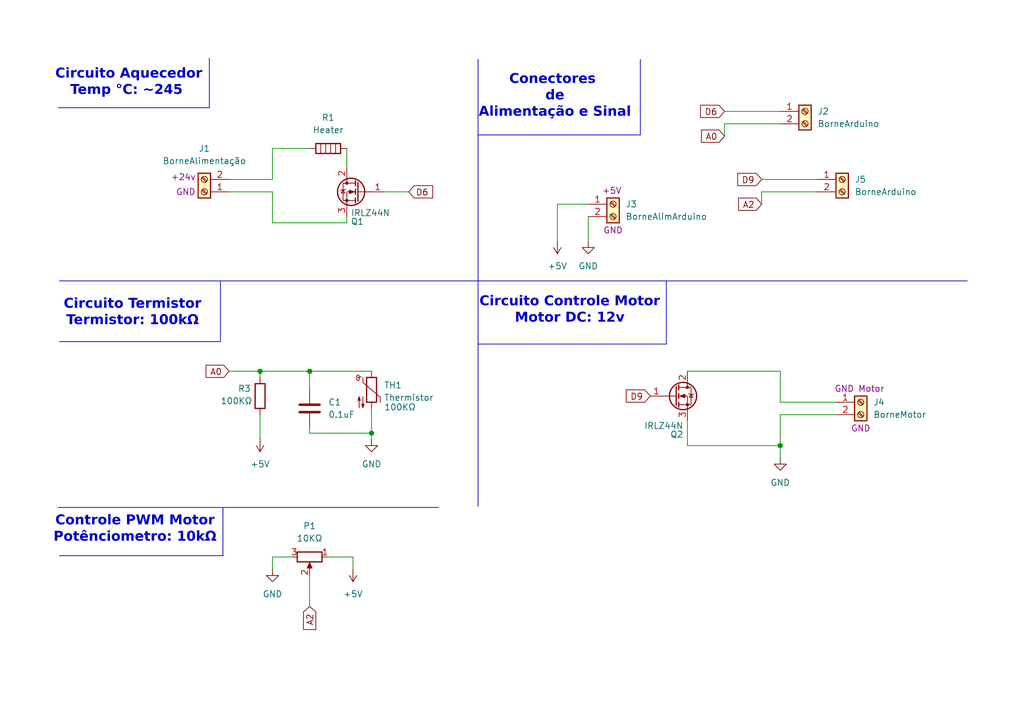
<source format=kicad_sch>
(kicad_sch
	(version 20250114)
	(generator "eeschema")
	(generator_version "9.0")
	(uuid "de6222c6-98b1-4569-97a6-a1f35dc9015c")
	(paper "A5")
	(title_block
		(title "PET Melter")
		(date "05/11/2025")
		(rev "2.4")
		(company "UNIP Limeira")
		(comment 1 "Esquemático do circuito eletrônico da máquina PETMelter. ")
		(comment 2 "Desenvolvido por: Wellington José de Andrade")
	)
	(lib_symbols
		(symbol "Connector:Screw_Terminal_01x02"
			(pin_names
				(offset 1.016)
				(hide yes)
			)
			(exclude_from_sim no)
			(in_bom yes)
			(on_board yes)
			(property "Reference" "J"
				(at 0 2.54 0)
				(effects
					(font
						(size 1.27 1.27)
					)
				)
			)
			(property "Value" "Screw_Terminal_01x02"
				(at 0 -5.08 0)
				(effects
					(font
						(size 1.27 1.27)
					)
				)
			)
			(property "Footprint" ""
				(at 0 0 0)
				(effects
					(font
						(size 1.27 1.27)
					)
					(hide yes)
				)
			)
			(property "Datasheet" "~"
				(at 0 0 0)
				(effects
					(font
						(size 1.27 1.27)
					)
					(hide yes)
				)
			)
			(property "Description" "Generic screw terminal, single row, 01x02, script generated (kicad-library-utils/schlib/autogen/connector/)"
				(at 0 0 0)
				(effects
					(font
						(size 1.27 1.27)
					)
					(hide yes)
				)
			)
			(property "ki_keywords" "screw terminal"
				(at 0 0 0)
				(effects
					(font
						(size 1.27 1.27)
					)
					(hide yes)
				)
			)
			(property "ki_fp_filters" "TerminalBlock*:*"
				(at 0 0 0)
				(effects
					(font
						(size 1.27 1.27)
					)
					(hide yes)
				)
			)
			(symbol "Screw_Terminal_01x02_1_1"
				(rectangle
					(start -1.27 1.27)
					(end 1.27 -3.81)
					(stroke
						(width 0.254)
						(type default)
					)
					(fill
						(type background)
					)
				)
				(polyline
					(pts
						(xy -0.5334 0.3302) (xy 0.3302 -0.508)
					)
					(stroke
						(width 0.1524)
						(type default)
					)
					(fill
						(type none)
					)
				)
				(polyline
					(pts
						(xy -0.5334 -2.2098) (xy 0.3302 -3.048)
					)
					(stroke
						(width 0.1524)
						(type default)
					)
					(fill
						(type none)
					)
				)
				(polyline
					(pts
						(xy -0.3556 0.508) (xy 0.508 -0.3302)
					)
					(stroke
						(width 0.1524)
						(type default)
					)
					(fill
						(type none)
					)
				)
				(polyline
					(pts
						(xy -0.3556 -2.032) (xy 0.508 -2.8702)
					)
					(stroke
						(width 0.1524)
						(type default)
					)
					(fill
						(type none)
					)
				)
				(circle
					(center 0 0)
					(radius 0.635)
					(stroke
						(width 0.1524)
						(type default)
					)
					(fill
						(type none)
					)
				)
				(circle
					(center 0 -2.54)
					(radius 0.635)
					(stroke
						(width 0.1524)
						(type default)
					)
					(fill
						(type none)
					)
				)
				(pin passive line
					(at -5.08 0 0)
					(length 3.81)
					(name "Pin_1"
						(effects
							(font
								(size 1.27 1.27)
							)
						)
					)
					(number "1"
						(effects
							(font
								(size 1.27 1.27)
							)
						)
					)
				)
				(pin passive line
					(at -5.08 -2.54 0)
					(length 3.81)
					(name "Pin_2"
						(effects
							(font
								(size 1.27 1.27)
							)
						)
					)
					(number "2"
						(effects
							(font
								(size 1.27 1.27)
							)
						)
					)
				)
			)
			(embedded_fonts no)
		)
		(symbol "Device:C"
			(pin_numbers
				(hide yes)
			)
			(pin_names
				(offset 0.254)
			)
			(exclude_from_sim no)
			(in_bom yes)
			(on_board yes)
			(property "Reference" "C"
				(at 0.635 2.54 0)
				(effects
					(font
						(size 1.27 1.27)
					)
					(justify left)
				)
			)
			(property "Value" "C"
				(at 0.635 -2.54 0)
				(effects
					(font
						(size 1.27 1.27)
					)
					(justify left)
				)
			)
			(property "Footprint" ""
				(at 0.9652 -3.81 0)
				(effects
					(font
						(size 1.27 1.27)
					)
					(hide yes)
				)
			)
			(property "Datasheet" "~"
				(at 0 0 0)
				(effects
					(font
						(size 1.27 1.27)
					)
					(hide yes)
				)
			)
			(property "Description" "Unpolarized capacitor"
				(at 0 0 0)
				(effects
					(font
						(size 1.27 1.27)
					)
					(hide yes)
				)
			)
			(property "ki_keywords" "cap capacitor"
				(at 0 0 0)
				(effects
					(font
						(size 1.27 1.27)
					)
					(hide yes)
				)
			)
			(property "ki_fp_filters" "C_*"
				(at 0 0 0)
				(effects
					(font
						(size 1.27 1.27)
					)
					(hide yes)
				)
			)
			(symbol "C_0_1"
				(polyline
					(pts
						(xy -2.032 0.762) (xy 2.032 0.762)
					)
					(stroke
						(width 0.508)
						(type default)
					)
					(fill
						(type none)
					)
				)
				(polyline
					(pts
						(xy -2.032 -0.762) (xy 2.032 -0.762)
					)
					(stroke
						(width 0.508)
						(type default)
					)
					(fill
						(type none)
					)
				)
			)
			(symbol "C_1_1"
				(pin passive line
					(at 0 3.81 270)
					(length 2.794)
					(name "~"
						(effects
							(font
								(size 1.27 1.27)
							)
						)
					)
					(number "1"
						(effects
							(font
								(size 1.27 1.27)
							)
						)
					)
				)
				(pin passive line
					(at 0 -3.81 90)
					(length 2.794)
					(name "~"
						(effects
							(font
								(size 1.27 1.27)
							)
						)
					)
					(number "2"
						(effects
							(font
								(size 1.27 1.27)
							)
						)
					)
				)
			)
			(embedded_fonts no)
		)
		(symbol "Device:Heater"
			(pin_numbers
				(hide yes)
			)
			(pin_names
				(offset 0)
			)
			(exclude_from_sim no)
			(in_bom yes)
			(on_board yes)
			(property "Reference" "R"
				(at 2.032 0 90)
				(effects
					(font
						(size 1.27 1.27)
					)
				)
			)
			(property "Value" "Heater"
				(at -2.032 0 90)
				(effects
					(font
						(size 1.27 1.27)
					)
				)
			)
			(property "Footprint" ""
				(at -1.778 0 90)
				(effects
					(font
						(size 1.27 1.27)
					)
					(hide yes)
				)
			)
			(property "Datasheet" "~"
				(at 0 0 0)
				(effects
					(font
						(size 1.27 1.27)
					)
					(hide yes)
				)
			)
			(property "Description" "Resistive heater"
				(at 0 0 0)
				(effects
					(font
						(size 1.27 1.27)
					)
					(hide yes)
				)
			)
			(property "ki_keywords" "heater R resistor"
				(at 0 0 0)
				(effects
					(font
						(size 1.27 1.27)
					)
					(hide yes)
				)
			)
			(symbol "Heater_0_1"
				(polyline
					(pts
						(xy -1.016 1.524) (xy 1.016 1.524)
					)
					(stroke
						(width 0)
						(type default)
					)
					(fill
						(type none)
					)
				)
				(rectangle
					(start -1.016 -2.54)
					(end 1.016 2.54)
					(stroke
						(width 0.254)
						(type default)
					)
					(fill
						(type none)
					)
				)
				(polyline
					(pts
						(xy 1.016 0.508) (xy -1.016 0.508)
					)
					(stroke
						(width 0)
						(type default)
					)
					(fill
						(type none)
					)
				)
				(polyline
					(pts
						(xy 1.016 -0.508) (xy -1.016 -0.508)
					)
					(stroke
						(width 0)
						(type default)
					)
					(fill
						(type none)
					)
				)
				(polyline
					(pts
						(xy 1.016 -1.524) (xy -1.016 -1.524)
					)
					(stroke
						(width 0)
						(type default)
					)
					(fill
						(type none)
					)
				)
			)
			(symbol "Heater_1_1"
				(pin passive line
					(at 0 3.81 270)
					(length 1.27)
					(name "~"
						(effects
							(font
								(size 1.27 1.27)
							)
						)
					)
					(number "1"
						(effects
							(font
								(size 1.27 1.27)
							)
						)
					)
				)
				(pin passive line
					(at 0 -3.81 90)
					(length 1.27)
					(name "~"
						(effects
							(font
								(size 1.27 1.27)
							)
						)
					)
					(number "2"
						(effects
							(font
								(size 1.27 1.27)
							)
						)
					)
				)
			)
			(embedded_fonts no)
		)
		(symbol "Device:R"
			(pin_numbers
				(hide yes)
			)
			(pin_names
				(offset 0)
			)
			(exclude_from_sim no)
			(in_bom yes)
			(on_board yes)
			(property "Reference" "R"
				(at 2.032 0 90)
				(effects
					(font
						(size 1.27 1.27)
					)
				)
			)
			(property "Value" "R"
				(at 0 0 90)
				(effects
					(font
						(size 1.27 1.27)
					)
				)
			)
			(property "Footprint" ""
				(at -1.778 0 90)
				(effects
					(font
						(size 1.27 1.27)
					)
					(hide yes)
				)
			)
			(property "Datasheet" "~"
				(at 0 0 0)
				(effects
					(font
						(size 1.27 1.27)
					)
					(hide yes)
				)
			)
			(property "Description" "Resistor"
				(at 0 0 0)
				(effects
					(font
						(size 1.27 1.27)
					)
					(hide yes)
				)
			)
			(property "ki_keywords" "R res resistor"
				(at 0 0 0)
				(effects
					(font
						(size 1.27 1.27)
					)
					(hide yes)
				)
			)
			(property "ki_fp_filters" "R_*"
				(at 0 0 0)
				(effects
					(font
						(size 1.27 1.27)
					)
					(hide yes)
				)
			)
			(symbol "R_0_1"
				(rectangle
					(start -1.016 -2.54)
					(end 1.016 2.54)
					(stroke
						(width 0.254)
						(type default)
					)
					(fill
						(type none)
					)
				)
			)
			(symbol "R_1_1"
				(pin passive line
					(at 0 3.81 270)
					(length 1.27)
					(name "~"
						(effects
							(font
								(size 1.27 1.27)
							)
						)
					)
					(number "1"
						(effects
							(font
								(size 1.27 1.27)
							)
						)
					)
				)
				(pin passive line
					(at 0 -3.81 90)
					(length 1.27)
					(name "~"
						(effects
							(font
								(size 1.27 1.27)
							)
						)
					)
					(number "2"
						(effects
							(font
								(size 1.27 1.27)
							)
						)
					)
				)
			)
			(embedded_fonts no)
		)
		(symbol "Device:R_Potentiometer"
			(pin_names
				(offset 1.016)
				(hide yes)
			)
			(exclude_from_sim no)
			(in_bom yes)
			(on_board yes)
			(property "Reference" "RV"
				(at -4.445 0 90)
				(effects
					(font
						(size 1.27 1.27)
					)
				)
			)
			(property "Value" "R_Potentiometer"
				(at -2.54 0 90)
				(effects
					(font
						(size 1.27 1.27)
					)
				)
			)
			(property "Footprint" ""
				(at 0 0 0)
				(effects
					(font
						(size 1.27 1.27)
					)
					(hide yes)
				)
			)
			(property "Datasheet" "~"
				(at 0 0 0)
				(effects
					(font
						(size 1.27 1.27)
					)
					(hide yes)
				)
			)
			(property "Description" "Potentiometer"
				(at 0 0 0)
				(effects
					(font
						(size 1.27 1.27)
					)
					(hide yes)
				)
			)
			(property "ki_keywords" "resistor variable"
				(at 0 0 0)
				(effects
					(font
						(size 1.27 1.27)
					)
					(hide yes)
				)
			)
			(property "ki_fp_filters" "Potentiometer*"
				(at 0 0 0)
				(effects
					(font
						(size 1.27 1.27)
					)
					(hide yes)
				)
			)
			(symbol "R_Potentiometer_0_1"
				(rectangle
					(start 1.016 2.54)
					(end -1.016 -2.54)
					(stroke
						(width 0.254)
						(type default)
					)
					(fill
						(type none)
					)
				)
				(polyline
					(pts
						(xy 1.143 0) (xy 2.286 0.508) (xy 2.286 -0.508) (xy 1.143 0)
					)
					(stroke
						(width 0)
						(type default)
					)
					(fill
						(type outline)
					)
				)
				(polyline
					(pts
						(xy 2.54 0) (xy 1.524 0)
					)
					(stroke
						(width 0)
						(type default)
					)
					(fill
						(type none)
					)
				)
			)
			(symbol "R_Potentiometer_1_1"
				(pin passive line
					(at 0 3.81 270)
					(length 1.27)
					(name "1"
						(effects
							(font
								(size 1.27 1.27)
							)
						)
					)
					(number "1"
						(effects
							(font
								(size 1.27 1.27)
							)
						)
					)
				)
				(pin passive line
					(at 0 -3.81 90)
					(length 1.27)
					(name "3"
						(effects
							(font
								(size 1.27 1.27)
							)
						)
					)
					(number "3"
						(effects
							(font
								(size 1.27 1.27)
							)
						)
					)
				)
				(pin passive line
					(at 3.81 0 180)
					(length 1.27)
					(name "2"
						(effects
							(font
								(size 1.27 1.27)
							)
						)
					)
					(number "2"
						(effects
							(font
								(size 1.27 1.27)
							)
						)
					)
				)
			)
			(embedded_fonts no)
		)
		(symbol "Device:Thermistor_NTC"
			(pin_numbers
				(hide yes)
			)
			(pin_names
				(offset 0)
			)
			(exclude_from_sim no)
			(in_bom yes)
			(on_board yes)
			(property "Reference" "TH"
				(at -4.445 0 90)
				(effects
					(font
						(size 1.27 1.27)
					)
				)
			)
			(property "Value" "Thermistor_NTC"
				(at 3.175 0 90)
				(effects
					(font
						(size 1.27 1.27)
					)
				)
			)
			(property "Footprint" ""
				(at 0 1.27 0)
				(effects
					(font
						(size 1.27 1.27)
					)
					(hide yes)
				)
			)
			(property "Datasheet" "~"
				(at 0 1.27 0)
				(effects
					(font
						(size 1.27 1.27)
					)
					(hide yes)
				)
			)
			(property "Description" "Temperature dependent resistor, negative temperature coefficient"
				(at 0 0 0)
				(effects
					(font
						(size 1.27 1.27)
					)
					(hide yes)
				)
			)
			(property "ki_keywords" "thermistor NTC resistor sensor RTD"
				(at 0 0 0)
				(effects
					(font
						(size 1.27 1.27)
					)
					(hide yes)
				)
			)
			(property "ki_fp_filters" "*NTC* *Thermistor* PIN?ARRAY* bornier* *Terminal?Block* R_*"
				(at 0 0 0)
				(effects
					(font
						(size 1.27 1.27)
					)
					(hide yes)
				)
			)
			(symbol "Thermistor_NTC_0_1"
				(arc
					(start -3.175 2.413)
					(mid -3.0506 2.3165)
					(end -3.048 2.159)
					(stroke
						(width 0)
						(type default)
					)
					(fill
						(type none)
					)
				)
				(arc
					(start -3.048 2.794)
					(mid -2.9736 2.9736)
					(end -2.794 3.048)
					(stroke
						(width 0)
						(type default)
					)
					(fill
						(type none)
					)
				)
				(arc
					(start -2.794 3.048)
					(mid -2.6144 2.9736)
					(end -2.54 2.794)
					(stroke
						(width 0)
						(type default)
					)
					(fill
						(type none)
					)
				)
				(arc
					(start -2.794 2.54)
					(mid -2.9736 2.6144)
					(end -3.048 2.794)
					(stroke
						(width 0)
						(type default)
					)
					(fill
						(type none)
					)
				)
				(arc
					(start -2.794 1.905)
					(mid -2.9736 1.9794)
					(end -3.048 2.159)
					(stroke
						(width 0)
						(type default)
					)
					(fill
						(type none)
					)
				)
				(arc
					(start -2.54 2.159)
					(mid -2.6144 1.9794)
					(end -2.794 1.905)
					(stroke
						(width 0)
						(type default)
					)
					(fill
						(type none)
					)
				)
				(arc
					(start -2.159 2.794)
					(mid -2.434 2.5608)
					(end -2.794 2.54)
					(stroke
						(width 0)
						(type default)
					)
					(fill
						(type none)
					)
				)
				(polyline
					(pts
						(xy -2.54 2.159) (xy -2.54 2.794)
					)
					(stroke
						(width 0)
						(type default)
					)
					(fill
						(type none)
					)
				)
				(polyline
					(pts
						(xy -2.54 -3.683) (xy -2.54 -1.397) (xy -2.794 -2.159) (xy -2.286 -2.159) (xy -2.54 -1.397) (xy -2.54 -1.651)
					)
					(stroke
						(width 0)
						(type default)
					)
					(fill
						(type outline)
					)
				)
				(polyline
					(pts
						(xy -1.778 2.54) (xy -1.778 1.524) (xy 1.778 -1.524) (xy 1.778 -2.54)
					)
					(stroke
						(width 0)
						(type default)
					)
					(fill
						(type none)
					)
				)
				(polyline
					(pts
						(xy -1.778 -1.397) (xy -1.778 -3.683) (xy -2.032 -2.921) (xy -1.524 -2.921) (xy -1.778 -3.683)
						(xy -1.778 -3.429)
					)
					(stroke
						(width 0)
						(type default)
					)
					(fill
						(type outline)
					)
				)
				(rectangle
					(start -1.016 2.54)
					(end 1.016 -2.54)
					(stroke
						(width 0.254)
						(type default)
					)
					(fill
						(type none)
					)
				)
			)
			(symbol "Thermistor_NTC_1_1"
				(pin passive line
					(at 0 3.81 270)
					(length 1.27)
					(name "~"
						(effects
							(font
								(size 1.27 1.27)
							)
						)
					)
					(number "1"
						(effects
							(font
								(size 1.27 1.27)
							)
						)
					)
				)
				(pin passive line
					(at 0 -3.81 90)
					(length 1.27)
					(name "~"
						(effects
							(font
								(size 1.27 1.27)
							)
						)
					)
					(number "2"
						(effects
							(font
								(size 1.27 1.27)
							)
						)
					)
				)
			)
			(embedded_fonts no)
		)
		(symbol "Transistor_FET:IRLZ44N"
			(pin_names
				(hide yes)
			)
			(exclude_from_sim no)
			(in_bom yes)
			(on_board yes)
			(property "Reference" "Q"
				(at 5.08 1.905 0)
				(effects
					(font
						(size 1.27 1.27)
					)
					(justify left)
				)
			)
			(property "Value" "IRLZ44N"
				(at 5.08 0 0)
				(effects
					(font
						(size 1.27 1.27)
					)
					(justify left)
				)
			)
			(property "Footprint" "Package_TO_SOT_THT:TO-220-3_Vertical"
				(at 5.08 -1.905 0)
				(effects
					(font
						(size 1.27 1.27)
						(italic yes)
					)
					(justify left)
					(hide yes)
				)
			)
			(property "Datasheet" "http://www.irf.com/product-info/datasheets/data/irlz44n.pdf"
				(at 5.08 -3.81 0)
				(effects
					(font
						(size 1.27 1.27)
					)
					(justify left)
					(hide yes)
				)
			)
			(property "Description" "47A Id, 55V Vds, 22mOhm Rds Single N-Channel HEXFET Power MOSFET, TO-220AB"
				(at 0 0 0)
				(effects
					(font
						(size 1.27 1.27)
					)
					(hide yes)
				)
			)
			(property "ki_keywords" "N-Channel HEXFET MOSFET Logic-Level"
				(at 0 0 0)
				(effects
					(font
						(size 1.27 1.27)
					)
					(hide yes)
				)
			)
			(property "ki_fp_filters" "TO?220*"
				(at 0 0 0)
				(effects
					(font
						(size 1.27 1.27)
					)
					(hide yes)
				)
			)
			(symbol "IRLZ44N_0_1"
				(polyline
					(pts
						(xy 0.254 1.905) (xy 0.254 -1.905)
					)
					(stroke
						(width 0.254)
						(type default)
					)
					(fill
						(type none)
					)
				)
				(polyline
					(pts
						(xy 0.254 0) (xy -2.54 0)
					)
					(stroke
						(width 0)
						(type default)
					)
					(fill
						(type none)
					)
				)
				(polyline
					(pts
						(xy 0.762 2.286) (xy 0.762 1.27)
					)
					(stroke
						(width 0.254)
						(type default)
					)
					(fill
						(type none)
					)
				)
				(polyline
					(pts
						(xy 0.762 0.508) (xy 0.762 -0.508)
					)
					(stroke
						(width 0.254)
						(type default)
					)
					(fill
						(type none)
					)
				)
				(polyline
					(pts
						(xy 0.762 -1.27) (xy 0.762 -2.286)
					)
					(stroke
						(width 0.254)
						(type default)
					)
					(fill
						(type none)
					)
				)
				(polyline
					(pts
						(xy 0.762 -1.778) (xy 3.302 -1.778) (xy 3.302 1.778) (xy 0.762 1.778)
					)
					(stroke
						(width 0)
						(type default)
					)
					(fill
						(type none)
					)
				)
				(polyline
					(pts
						(xy 1.016 0) (xy 2.032 0.381) (xy 2.032 -0.381) (xy 1.016 0)
					)
					(stroke
						(width 0)
						(type default)
					)
					(fill
						(type outline)
					)
				)
				(circle
					(center 1.651 0)
					(radius 2.794)
					(stroke
						(width 0.254)
						(type default)
					)
					(fill
						(type none)
					)
				)
				(polyline
					(pts
						(xy 2.54 2.54) (xy 2.54 1.778)
					)
					(stroke
						(width 0)
						(type default)
					)
					(fill
						(type none)
					)
				)
				(circle
					(center 2.54 1.778)
					(radius 0.254)
					(stroke
						(width 0)
						(type default)
					)
					(fill
						(type outline)
					)
				)
				(circle
					(center 2.54 -1.778)
					(radius 0.254)
					(stroke
						(width 0)
						(type default)
					)
					(fill
						(type outline)
					)
				)
				(polyline
					(pts
						(xy 2.54 -2.54) (xy 2.54 0) (xy 0.762 0)
					)
					(stroke
						(width 0)
						(type default)
					)
					(fill
						(type none)
					)
				)
				(polyline
					(pts
						(xy 2.794 0.508) (xy 2.921 0.381) (xy 3.683 0.381) (xy 3.81 0.254)
					)
					(stroke
						(width 0)
						(type default)
					)
					(fill
						(type none)
					)
				)
				(polyline
					(pts
						(xy 3.302 0.381) (xy 2.921 -0.254) (xy 3.683 -0.254) (xy 3.302 0.381)
					)
					(stroke
						(width 0)
						(type default)
					)
					(fill
						(type none)
					)
				)
			)
			(symbol "IRLZ44N_1_1"
				(pin input line
					(at -5.08 0 0)
					(length 2.54)
					(name "G"
						(effects
							(font
								(size 1.27 1.27)
							)
						)
					)
					(number "1"
						(effects
							(font
								(size 1.27 1.27)
							)
						)
					)
				)
				(pin passive line
					(at 2.54 5.08 270)
					(length 2.54)
					(name "D"
						(effects
							(font
								(size 1.27 1.27)
							)
						)
					)
					(number "2"
						(effects
							(font
								(size 1.27 1.27)
							)
						)
					)
				)
				(pin passive line
					(at 2.54 -5.08 90)
					(length 2.54)
					(name "S"
						(effects
							(font
								(size 1.27 1.27)
							)
						)
					)
					(number "3"
						(effects
							(font
								(size 1.27 1.27)
							)
						)
					)
				)
			)
			(embedded_fonts no)
		)
		(symbol "power:+5V"
			(power)
			(pin_numbers
				(hide yes)
			)
			(pin_names
				(offset 0)
				(hide yes)
			)
			(exclude_from_sim no)
			(in_bom yes)
			(on_board yes)
			(property "Reference" "#PWR"
				(at 0 -3.81 0)
				(effects
					(font
						(size 1.27 1.27)
					)
					(hide yes)
				)
			)
			(property "Value" "+5V"
				(at 0 3.556 0)
				(effects
					(font
						(size 1.27 1.27)
					)
				)
			)
			(property "Footprint" ""
				(at 0 0 0)
				(effects
					(font
						(size 1.27 1.27)
					)
					(hide yes)
				)
			)
			(property "Datasheet" ""
				(at 0 0 0)
				(effects
					(font
						(size 1.27 1.27)
					)
					(hide yes)
				)
			)
			(property "Description" "Power symbol creates a global label with name \"+5V\""
				(at 0 0 0)
				(effects
					(font
						(size 1.27 1.27)
					)
					(hide yes)
				)
			)
			(property "ki_keywords" "global power"
				(at 0 0 0)
				(effects
					(font
						(size 1.27 1.27)
					)
					(hide yes)
				)
			)
			(symbol "+5V_0_1"
				(polyline
					(pts
						(xy -0.762 1.27) (xy 0 2.54)
					)
					(stroke
						(width 0)
						(type default)
					)
					(fill
						(type none)
					)
				)
				(polyline
					(pts
						(xy 0 2.54) (xy 0.762 1.27)
					)
					(stroke
						(width 0)
						(type default)
					)
					(fill
						(type none)
					)
				)
				(polyline
					(pts
						(xy 0 0) (xy 0 2.54)
					)
					(stroke
						(width 0)
						(type default)
					)
					(fill
						(type none)
					)
				)
			)
			(symbol "+5V_1_1"
				(pin power_in line
					(at 0 0 90)
					(length 0)
					(name "~"
						(effects
							(font
								(size 1.27 1.27)
							)
						)
					)
					(number "1"
						(effects
							(font
								(size 1.27 1.27)
							)
						)
					)
				)
			)
			(embedded_fonts no)
		)
		(symbol "power:GND"
			(power)
			(pin_numbers
				(hide yes)
			)
			(pin_names
				(offset 0)
				(hide yes)
			)
			(exclude_from_sim no)
			(in_bom yes)
			(on_board yes)
			(property "Reference" "#PWR"
				(at 0 -6.35 0)
				(effects
					(font
						(size 1.27 1.27)
					)
					(hide yes)
				)
			)
			(property "Value" "GND"
				(at 0 -3.81 0)
				(effects
					(font
						(size 1.27 1.27)
					)
				)
			)
			(property "Footprint" ""
				(at 0 0 0)
				(effects
					(font
						(size 1.27 1.27)
					)
					(hide yes)
				)
			)
			(property "Datasheet" ""
				(at 0 0 0)
				(effects
					(font
						(size 1.27 1.27)
					)
					(hide yes)
				)
			)
			(property "Description" "Power symbol creates a global label with name \"GND\" , ground"
				(at 0 0 0)
				(effects
					(font
						(size 1.27 1.27)
					)
					(hide yes)
				)
			)
			(property "ki_keywords" "global power"
				(at 0 0 0)
				(effects
					(font
						(size 1.27 1.27)
					)
					(hide yes)
				)
			)
			(symbol "GND_0_1"
				(polyline
					(pts
						(xy 0 0) (xy 0 -1.27) (xy 1.27 -1.27) (xy 0 -2.54) (xy -1.27 -1.27) (xy 0 -1.27)
					)
					(stroke
						(width 0)
						(type default)
					)
					(fill
						(type none)
					)
				)
			)
			(symbol "GND_1_1"
				(pin power_in line
					(at 0 0 270)
					(length 0)
					(name "~"
						(effects
							(font
								(size 1.27 1.27)
							)
						)
					)
					(number "1"
						(effects
							(font
								(size 1.27 1.27)
							)
						)
					)
				)
			)
			(embedded_fonts no)
		)
	)
	(text "Circuito Controle Motor\nMotor DC: 12v\n"
		(exclude_from_sim no)
		(at 116.84 64.262 0)
		(effects
			(font
				(face "Arial")
				(size 2 2)
				(bold yes)
			)
		)
		(uuid "4cc6d288-a202-4840-84b6-a2b0f8f7f8f2")
	)
	(text "Circuito Aquecedor\nTemp °C: ~245 "
		(exclude_from_sim no)
		(at 26.416 17.526 0)
		(effects
			(font
				(face "Arial")
				(size 2 2)
				(bold yes)
			)
		)
		(uuid "95790791-1913-4f7d-bde7-fb36b28856e2")
	)
	(text "Conectores \n de \nAlimentação e Sinal"
		(exclude_from_sim no)
		(at 113.792 20.32 0)
		(effects
			(font
				(face "Arial")
				(size 2 2)
				(bold yes)
			)
		)
		(uuid "b585f368-d036-43a7-b178-0487229c4bdb")
	)
	(text "Circuito Termistor\nTermistor: 100kΩ\n"
		(exclude_from_sim no)
		(at 27.178 64.77 0)
		(effects
			(font
				(face "Arial")
				(size 2 2)
				(bold yes)
			)
		)
		(uuid "c08ceaac-7545-4ab7-8a3f-af4f43e261f6")
	)
	(text "Controle PWM Motor\nPotênciometro: 10kΩ"
		(exclude_from_sim no)
		(at 27.686 109.22 0)
		(effects
			(font
				(face "Arial")
				(size 2 2)
				(bold yes)
			)
		)
		(uuid "c40e7d68-5ddb-4cc8-808a-d0ee0e1cb1df")
	)
	(junction
		(at 63.5 76.2)
		(diameter 0)
		(color 0 0 0 0)
		(uuid "07aa0908-b419-4afa-9898-78d4d60ca74f")
	)
	(junction
		(at 53.34 76.2)
		(diameter 0)
		(color 0 0 0 0)
		(uuid "74af65d7-8e12-4d99-abcb-7e833799eece")
	)
	(junction
		(at 76.2 88.9)
		(diameter 0)
		(color 0 0 0 0)
		(uuid "b1e78d3b-5ff0-4b14-a378-b39d4a92517c")
	)
	(junction
		(at 160.02 91.44)
		(diameter 0)
		(color 0 0 0 0)
		(uuid "d10c26ab-6d04-491a-b688-4360347b974e")
	)
	(wire
		(pts
			(xy 148.59 27.94) (xy 148.59 25.4)
		)
		(stroke
			(width 0)
			(type default)
		)
		(uuid "06fc9e4b-49c2-4461-bf8d-4d6313dda102")
	)
	(polyline
		(pts
			(xy 12.192 70.104) (xy 45.212 70.104)
		)
		(stroke
			(width 0)
			(type default)
		)
		(uuid "0d32ecff-d6c4-4af4-bbc3-e09ba5ee0ae3")
	)
	(polyline
		(pts
			(xy 11.938 22.098) (xy 42.926 22.098)
		)
		(stroke
			(width 0)
			(type default)
		)
		(uuid "111b0962-5d7b-45a3-bf22-2481c85746fd")
	)
	(polyline
		(pts
			(xy 45.212 70.104) (xy 45.212 57.658)
		)
		(stroke
			(width 0)
			(type default)
		)
		(uuid "149557b4-764d-49f3-9d1e-e2669da14c20")
	)
	(polyline
		(pts
			(xy 98.044 12.192) (xy 98.044 64.77)
		)
		(stroke
			(width 0)
			(type default)
		)
		(uuid "1c064f2a-6966-430e-8425-838dfe450ccb")
	)
	(wire
		(pts
			(xy 76.2 88.9) (xy 76.2 90.17)
		)
		(stroke
			(width 0)
			(type default)
		)
		(uuid "1c9cb6d0-7adb-4d27-bbf3-6939332ebaf0")
	)
	(wire
		(pts
			(xy 53.34 76.2) (xy 63.5 76.2)
		)
		(stroke
			(width 0)
			(type default)
		)
		(uuid "1fda72ca-2e57-4c52-a8ce-c2b8a867ed26")
	)
	(wire
		(pts
			(xy 46.99 36.83) (xy 55.88 36.83)
		)
		(stroke
			(width 0)
			(type default)
		)
		(uuid "296ef5df-439d-439e-99ed-5deb8461aa0f")
	)
	(wire
		(pts
			(xy 63.5 88.9) (xy 76.2 88.9)
		)
		(stroke
			(width 0)
			(type default)
		)
		(uuid "2ad6d9c6-bcb2-457e-8793-ebf62200332f")
	)
	(wire
		(pts
			(xy 78.74 39.37) (xy 83.82 39.37)
		)
		(stroke
			(width 0)
			(type default)
		)
		(uuid "2bddeb8a-169c-44d6-b010-40182b40b58d")
	)
	(wire
		(pts
			(xy 120.65 44.45) (xy 120.65 49.53)
		)
		(stroke
			(width 0)
			(type default)
		)
		(uuid "345b32e7-c7e2-4ffb-bb53-8810c366cddd")
	)
	(wire
		(pts
			(xy 71.12 34.29) (xy 71.12 30.48)
		)
		(stroke
			(width 0)
			(type default)
		)
		(uuid "400bde4f-6e30-4efc-b542-b7e838e70e2c")
	)
	(polyline
		(pts
			(xy 42.926 22.098) (xy 42.926 11.938)
		)
		(stroke
			(width 0)
			(type default)
		)
		(uuid "43e4c79e-4af7-4f4a-a9db-ff5f0c0609e0")
	)
	(wire
		(pts
			(xy 55.88 39.37) (xy 55.88 45.72)
		)
		(stroke
			(width 0)
			(type default)
		)
		(uuid "48185a57-f11c-402a-836e-b12e922e2e11")
	)
	(wire
		(pts
			(xy 160.02 85.09) (xy 160.02 91.44)
		)
		(stroke
			(width 0)
			(type default)
		)
		(uuid "484335eb-fb8f-4095-b097-8f626f31965e")
	)
	(wire
		(pts
			(xy 53.34 85.09) (xy 53.34 90.17)
		)
		(stroke
			(width 0)
			(type default)
		)
		(uuid "4dad5d19-8b9a-4e49-b5fb-818a781d4ec5")
	)
	(wire
		(pts
			(xy 76.2 83.82) (xy 76.2 88.9)
		)
		(stroke
			(width 0)
			(type default)
		)
		(uuid "4dc5ec28-d2eb-457c-8be3-263c2d3f8a45")
	)
	(wire
		(pts
			(xy 140.97 76.2) (xy 160.02 76.2)
		)
		(stroke
			(width 0)
			(type default)
		)
		(uuid "54458dbd-3292-4382-8382-a0f3d4d34e8d")
	)
	(polyline
		(pts
			(xy 98.044 70.612) (xy 98.298 70.612)
		)
		(stroke
			(width 0)
			(type default)
		)
		(uuid "55c9d1b8-4d14-4f08-a0b0-2c173067dbd1")
	)
	(wire
		(pts
			(xy 156.21 36.83) (xy 167.64 36.83)
		)
		(stroke
			(width 0)
			(type default)
		)
		(uuid "5750761d-a61c-4f5e-9c80-82f8aa0d450a")
	)
	(wire
		(pts
			(xy 148.59 25.4) (xy 160.02 25.4)
		)
		(stroke
			(width 0)
			(type default)
		)
		(uuid "60cadbc4-45e4-45f8-ae88-7a6148dc6d6d")
	)
	(wire
		(pts
			(xy 53.34 77.47) (xy 53.34 76.2)
		)
		(stroke
			(width 0)
			(type default)
		)
		(uuid "6115d3bb-7d8a-4b82-b558-b19794995ad9")
	)
	(polyline
		(pts
			(xy 131.318 12.192) (xy 131.318 27.686)
		)
		(stroke
			(width 0)
			(type default)
		)
		(uuid "64dfe389-3d4e-464d-bd85-7a335274846e")
	)
	(wire
		(pts
			(xy 55.88 30.48) (xy 63.5 30.48)
		)
		(stroke
			(width 0)
			(type default)
		)
		(uuid "65501060-a94b-4982-a04a-56e4671c051d")
	)
	(polyline
		(pts
			(xy 12.192 114.046) (xy 45.72 114.046)
		)
		(stroke
			(width 0)
			(type default)
		)
		(uuid "65afd6c8-27f9-4c59-af14-5d935f8c27be")
	)
	(polyline
		(pts
			(xy 11.938 104.14) (xy 89.916 104.14)
		)
		(stroke
			(width 0)
			(type default)
		)
		(uuid "6603c491-fdf3-44b6-a2f5-d5f0c4a8e201")
	)
	(wire
		(pts
			(xy 63.5 76.2) (xy 76.2 76.2)
		)
		(stroke
			(width 0)
			(type default)
		)
		(uuid "673ef8e1-5fe9-4d9e-8657-dbbc83f8494c")
	)
	(wire
		(pts
			(xy 114.3 49.53) (xy 114.3 41.91)
		)
		(stroke
			(width 0)
			(type default)
		)
		(uuid "67f5de7c-89b2-47c6-af24-f0080449eac0")
	)
	(wire
		(pts
			(xy 53.34 76.2) (xy 46.99 76.2)
		)
		(stroke
			(width 0)
			(type default)
		)
		(uuid "703848d2-5526-4c46-8e89-161a5f4ce9c6")
	)
	(wire
		(pts
			(xy 55.88 116.84) (xy 55.88 114.3)
		)
		(stroke
			(width 0)
			(type default)
		)
		(uuid "77d090bb-0f0c-4cad-8485-d41604b70838")
	)
	(wire
		(pts
			(xy 55.88 36.83) (xy 55.88 30.48)
		)
		(stroke
			(width 0)
			(type default)
		)
		(uuid "7a0f5078-c8ce-4b05-ae36-aaef77457e79")
	)
	(wire
		(pts
			(xy 156.21 39.37) (xy 167.64 39.37)
		)
		(stroke
			(width 0)
			(type default)
		)
		(uuid "824a6c61-859b-4394-9d18-e02bebdcc9ab")
	)
	(wire
		(pts
			(xy 63.5 87.63) (xy 63.5 88.9)
		)
		(stroke
			(width 0)
			(type default)
		)
		(uuid "82aef479-c09a-452d-8359-1b70c006de67")
	)
	(wire
		(pts
			(xy 55.88 45.72) (xy 71.12 45.72)
		)
		(stroke
			(width 0)
			(type default)
		)
		(uuid "84b78c0a-7847-44ee-92cd-3ae365b5172c")
	)
	(wire
		(pts
			(xy 72.39 116.84) (xy 72.39 114.3)
		)
		(stroke
			(width 0)
			(type default)
		)
		(uuid "853b5452-97e8-4020-a4bd-31e1a1ea01c2")
	)
	(wire
		(pts
			(xy 140.97 91.44) (xy 140.97 86.36)
		)
		(stroke
			(width 0)
			(type default)
		)
		(uuid "85e9d959-d61e-46b3-9ff4-3a447e7ff52a")
	)
	(wire
		(pts
			(xy 46.99 39.37) (xy 55.88 39.37)
		)
		(stroke
			(width 0)
			(type default)
		)
		(uuid "8653da71-8939-4228-901c-b840df88cb42")
	)
	(polyline
		(pts
			(xy 136.652 70.612) (xy 136.652 57.658)
		)
		(stroke
			(width 0)
			(type default)
		)
		(uuid "9a67daab-2659-46db-ad61-0eb4e56a94c6")
	)
	(polyline
		(pts
			(xy 98.044 64.77) (xy 98.044 103.886)
		)
		(stroke
			(width 0)
			(type default)
		)
		(uuid "9e981eac-5ef4-4795-b027-4a992f8177a1")
	)
	(wire
		(pts
			(xy 171.45 85.09) (xy 160.02 85.09)
		)
		(stroke
			(width 0)
			(type default)
		)
		(uuid "9f98ca08-ef1c-48d4-898b-b6e5fdb098ee")
	)
	(wire
		(pts
			(xy 72.39 114.3) (xy 67.31 114.3)
		)
		(stroke
			(width 0)
			(type default)
		)
		(uuid "ac54a1b2-d456-40af-9e8c-f0024fea5c0a")
	)
	(wire
		(pts
			(xy 160.02 91.44) (xy 140.97 91.44)
		)
		(stroke
			(width 0)
			(type default)
		)
		(uuid "b0b78559-f7f8-42d4-8c1c-6183630e88a1")
	)
	(wire
		(pts
			(xy 71.12 45.72) (xy 71.12 44.45)
		)
		(stroke
			(width 0)
			(type default)
		)
		(uuid "b1290015-d78c-4697-8dab-76a62de14176")
	)
	(wire
		(pts
			(xy 160.02 76.2) (xy 160.02 82.55)
		)
		(stroke
			(width 0)
			(type default)
		)
		(uuid "b9729ea3-5a81-46f2-a3d0-8ca1dba6836f")
	)
	(wire
		(pts
			(xy 55.88 114.3) (xy 59.69 114.3)
		)
		(stroke
			(width 0)
			(type default)
		)
		(uuid "b9b60697-d01a-46f6-b031-7c86ef5cd1f3")
	)
	(wire
		(pts
			(xy 148.59 22.86) (xy 160.02 22.86)
		)
		(stroke
			(width 0)
			(type default)
		)
		(uuid "c1130e2f-43ee-4529-84c2-45d8fbe76275")
	)
	(polyline
		(pts
			(xy 98.044 27.686) (xy 131.318 27.686)
		)
		(stroke
			(width 0)
			(type default)
		)
		(uuid "c1b4e519-3cce-43d7-b6f6-8d1dd0c1a11c")
	)
	(wire
		(pts
			(xy 160.02 91.44) (xy 160.02 93.98)
		)
		(stroke
			(width 0)
			(type default)
		)
		(uuid "cd779d96-27f1-4bf0-af60-6c2a07f5011e")
	)
	(wire
		(pts
			(xy 156.21 41.91) (xy 156.21 39.37)
		)
		(stroke
			(width 0)
			(type default)
		)
		(uuid "d7e49758-3b56-4550-894d-7849a20d13e3")
	)
	(wire
		(pts
			(xy 160.02 82.55) (xy 171.45 82.55)
		)
		(stroke
			(width 0)
			(type default)
		)
		(uuid "d9729af3-d105-48a3-ad3a-a2b2e1c3b7b6")
	)
	(wire
		(pts
			(xy 63.5 76.2) (xy 63.5 80.01)
		)
		(stroke
			(width 0)
			(type default)
		)
		(uuid "dbcef77f-b0a5-4ac3-87f3-1a605a00ed25")
	)
	(polyline
		(pts
			(xy 98.298 70.612) (xy 136.652 70.612)
		)
		(stroke
			(width 0)
			(type default)
		)
		(uuid "e90106cc-f946-4445-8682-fc4096b5c012")
	)
	(wire
		(pts
			(xy 63.5 118.11) (xy 63.5 124.46)
		)
		(stroke
			(width 0)
			(type default)
		)
		(uuid "ee540519-bbc0-44f3-957d-8cff8460943f")
	)
	(polyline
		(pts
			(xy 45.72 114.046) (xy 45.72 104.14)
		)
		(stroke
			(width 0)
			(type default)
		)
		(uuid "ef607215-30da-4292-8c1f-2cc7d7a90d8a")
	)
	(polyline
		(pts
			(xy 12.192 57.658) (xy 198.374 57.658)
		)
		(stroke
			(width 0)
			(type default)
		)
		(uuid "f0eba7fe-0d53-40b3-b887-b3b5fbead3a6")
	)
	(wire
		(pts
			(xy 114.3 41.91) (xy 120.65 41.91)
		)
		(stroke
			(width 0)
			(type default)
		)
		(uuid "f49ae6e0-bc6b-4f00-9b19-fe81ea79bf90")
	)
	(global_label "A0"
		(shape input)
		(at 148.59 27.94 180)
		(fields_autoplaced yes)
		(effects
			(font
				(size 1.27 1.27)
			)
			(justify right)
		)
		(uuid "211ec02f-9b98-4d2d-9418-ed2f42ecb528")
		(property "Intersheetrefs" "${INTERSHEET_REFS}"
			(at 143.3067 27.94 0)
			(effects
				(font
					(size 1.27 1.27)
				)
				(justify right)
				(hide yes)
			)
		)
	)
	(global_label "D6"
		(shape input)
		(at 83.82 39.37 0)
		(fields_autoplaced yes)
		(effects
			(font
				(size 1.27 1.27)
			)
			(justify left)
		)
		(uuid "406ae502-e34a-440f-a78e-80577e9795ca")
		(property "Intersheetrefs" "${INTERSHEET_REFS}"
			(at 89.2847 39.37 0)
			(effects
				(font
					(size 1.27 1.27)
				)
				(justify left)
				(hide yes)
			)
		)
	)
	(global_label "A2"
		(shape input)
		(at 156.21 41.91 180)
		(fields_autoplaced yes)
		(effects
			(font
				(size 1.27 1.27)
			)
			(justify right)
		)
		(uuid "6e7bd8f5-7269-47e6-b928-6d278d30e222")
		(property "Intersheetrefs" "${INTERSHEET_REFS}"
			(at 150.9267 41.91 0)
			(effects
				(font
					(size 1.27 1.27)
				)
				(justify right)
				(hide yes)
			)
		)
	)
	(global_label "A2"
		(shape input)
		(at 63.5 124.46 270)
		(fields_autoplaced yes)
		(effects
			(font
				(size 1.27 1.27)
			)
			(justify right)
		)
		(uuid "793125b7-c30c-41f9-8b1b-88d052e42a43")
		(property "Intersheetrefs" "${INTERSHEET_REFS}"
			(at 63.5 129.7433 90)
			(effects
				(font
					(size 1.27 1.27)
				)
				(justify right)
				(hide yes)
			)
		)
	)
	(global_label "D6"
		(shape input)
		(at 148.59 22.86 180)
		(fields_autoplaced yes)
		(effects
			(font
				(size 1.27 1.27)
			)
			(justify right)
		)
		(uuid "9f578aa7-b2a3-41f7-a4fc-beec9a57ab01")
		(property "Intersheetrefs" "${INTERSHEET_REFS}"
			(at 143.1253 22.86 0)
			(effects
				(font
					(size 1.27 1.27)
				)
				(justify right)
				(hide yes)
			)
		)
	)
	(global_label "D9"
		(shape input)
		(at 133.35 81.28 180)
		(fields_autoplaced yes)
		(effects
			(font
				(size 1.27 1.27)
			)
			(justify right)
		)
		(uuid "ad438048-8543-426e-bb8e-22be9f43313b")
		(property "Intersheetrefs" "${INTERSHEET_REFS}"
			(at 127.8853 81.28 0)
			(effects
				(font
					(size 1.27 1.27)
				)
				(justify right)
				(hide yes)
			)
		)
	)
	(global_label "A0"
		(shape input)
		(at 46.99 76.2 180)
		(fields_autoplaced yes)
		(effects
			(font
				(size 1.27 1.27)
			)
			(justify right)
		)
		(uuid "cc424c03-0ba9-44a4-81ae-c1c16ad4e28d")
		(property "Intersheetrefs" "${INTERSHEET_REFS}"
			(at 41.7067 76.2 0)
			(effects
				(font
					(size 1.27 1.27)
				)
				(justify right)
				(hide yes)
			)
		)
	)
	(global_label "D9"
		(shape input)
		(at 156.21 36.83 180)
		(fields_autoplaced yes)
		(effects
			(font
				(size 1.27 1.27)
			)
			(justify right)
		)
		(uuid "f2594c96-d0d9-4187-a89b-53723c1d9ba8")
		(property "Intersheetrefs" "${INTERSHEET_REFS}"
			(at 150.7453 36.83 0)
			(effects
				(font
					(size 1.27 1.27)
				)
				(justify right)
				(hide yes)
			)
		)
	)
	(symbol
		(lib_id "Connector:Screw_Terminal_01x02")
		(at 125.73 41.91 0)
		(unit 1)
		(exclude_from_sim no)
		(in_bom yes)
		(on_board yes)
		(dnp no)
		(uuid "03d44243-7a7d-4e6d-88cb-b0d769a5c6bc")
		(property "Reference" "J3"
			(at 128.27 41.9099 0)
			(effects
				(font
					(size 1.27 1.27)
				)
				(justify left)
			)
		)
		(property "Value" "BorneAlimArduino"
			(at 128.27 44.4499 0)
			(effects
				(font
					(size 1.27 1.27)
				)
				(justify left)
			)
		)
		(property "Footprint" "TerminalBlock:TerminalBlock_MaiXu_MX126-5.0-02P_1x02_P5.00mm"
			(at 125.73 41.91 0)
			(effects
				(font
					(size 1.27 1.27)
				)
				(hide yes)
			)
		)
		(property "Datasheet" "~"
			(at 125.73 41.91 0)
			(effects
				(font
					(size 1.27 1.27)
				)
				(hide yes)
			)
		)
		(property "Description" "Generic screw terminal, single row, 01x02, script generated (kicad-library-utils/schlib/autogen/connector/)"
			(at 125.73 41.91 0)
			(effects
				(font
					(size 1.27 1.27)
				)
				(hide yes)
			)
		)
		(property "+5v" "+5V"
			(at 125.476 39.116 0)
			(effects
				(font
					(size 1.27 1.27)
				)
			)
		)
		(property "GND" "GND"
			(at 125.73 47.244 0)
			(effects
				(font
					(size 1.27 1.27)
				)
			)
		)
		(pin "2"
			(uuid "50208265-1cb9-4d68-9e31-490600fa5b17")
		)
		(pin "1"
			(uuid "f18e9ca8-6895-4602-9441-4891157ba6ff")
		)
		(instances
			(project "PET_Melter"
				(path "/de6222c6-98b1-4569-97a6-a1f35dc9015c"
					(reference "J3")
					(unit 1)
				)
			)
		)
	)
	(symbol
		(lib_id "Connector:Screw_Terminal_01x02")
		(at 176.53 82.55 0)
		(unit 1)
		(exclude_from_sim no)
		(in_bom yes)
		(on_board yes)
		(dnp no)
		(uuid "06889862-d45d-40b0-b95b-22d414f76c66")
		(property "Reference" "J4"
			(at 179.07 82.5499 0)
			(effects
				(font
					(size 1.27 1.27)
				)
				(justify left)
			)
		)
		(property "Value" "BorneMotor"
			(at 179.07 85.0899 0)
			(effects
				(font
					(size 1.27 1.27)
				)
				(justify left)
			)
		)
		(property "Footprint" "TerminalBlock:TerminalBlock_MaiXu_MX126-5.0-02P_1x02_P5.00mm"
			(at 176.53 82.55 0)
			(effects
				(font
					(size 1.27 1.27)
				)
				(hide yes)
			)
		)
		(property "Datasheet" "~"
			(at 176.53 82.55 0)
			(effects
				(font
					(size 1.27 1.27)
				)
				(hide yes)
			)
		)
		(property "Description" "Generic screw terminal, single row, 01x02, script generated (kicad-library-utils/schlib/autogen/connector/)"
			(at 176.53 82.55 0)
			(effects
				(font
					(size 1.27 1.27)
				)
				(hide yes)
			)
		)
		(property "+5v" "GND Motor"
			(at 176.276 79.756 0)
			(effects
				(font
					(size 1.27 1.27)
				)
			)
		)
		(property "GND" "GND"
			(at 176.53 87.884 0)
			(effects
				(font
					(size 1.27 1.27)
				)
			)
		)
		(pin "2"
			(uuid "e569e46d-2367-4ab1-a6ec-29dfe97841e7")
		)
		(pin "1"
			(uuid "61e33660-bfe3-4bd1-8aae-574bc03c83f6")
		)
		(instances
			(project "PET_Melter"
				(path "/de6222c6-98b1-4569-97a6-a1f35dc9015c"
					(reference "J4")
					(unit 1)
				)
			)
		)
	)
	(symbol
		(lib_id "Connector:Screw_Terminal_01x02")
		(at 172.72 36.83 0)
		(unit 1)
		(exclude_from_sim no)
		(in_bom yes)
		(on_board yes)
		(dnp no)
		(fields_autoplaced yes)
		(uuid "2a288ff9-b95f-47d0-9ba6-eccfe701bd15")
		(property "Reference" "J5"
			(at 175.26 36.8299 0)
			(effects
				(font
					(size 1.27 1.27)
				)
				(justify left)
			)
		)
		(property "Value" "BorneArduino"
			(at 175.26 39.3699 0)
			(effects
				(font
					(size 1.27 1.27)
				)
				(justify left)
			)
		)
		(property "Footprint" "TerminalBlock:TerminalBlock_MaiXu_MX126-5.0-02P_1x02_P5.00mm"
			(at 172.72 36.83 0)
			(effects
				(font
					(size 1.27 1.27)
				)
				(hide yes)
			)
		)
		(property "Datasheet" "~"
			(at 172.72 36.83 0)
			(effects
				(font
					(size 1.27 1.27)
				)
				(hide yes)
			)
		)
		(property "Description" "Generic screw terminal, single row, 01x02, script generated (kicad-library-utils/schlib/autogen/connector/)"
			(at 172.72 36.83 0)
			(effects
				(font
					(size 1.27 1.27)
				)
				(hide yes)
			)
		)
		(pin "2"
			(uuid "25ed9b5c-b897-45d1-9df9-e5ae3ae2b797")
		)
		(pin "1"
			(uuid "fa462be5-370d-4ae5-810f-7c080aaf92f9")
		)
		(instances
			(project "PET_Melter"
				(path "/de6222c6-98b1-4569-97a6-a1f35dc9015c"
					(reference "J5")
					(unit 1)
				)
			)
		)
	)
	(symbol
		(lib_id "Connector:Screw_Terminal_01x02")
		(at 165.1 22.86 0)
		(unit 1)
		(exclude_from_sim no)
		(in_bom yes)
		(on_board yes)
		(dnp no)
		(fields_autoplaced yes)
		(uuid "316cf334-4445-4d01-9ca4-1838491b0fb8")
		(property "Reference" "J2"
			(at 167.64 22.8599 0)
			(effects
				(font
					(size 1.27 1.27)
				)
				(justify left)
			)
		)
		(property "Value" "BorneArduino"
			(at 167.64 25.3999 0)
			(effects
				(font
					(size 1.27 1.27)
				)
				(justify left)
			)
		)
		(property "Footprint" "TerminalBlock:TerminalBlock_MaiXu_MX126-5.0-02P_1x02_P5.00mm"
			(at 165.1 22.86 0)
			(effects
				(font
					(size 1.27 1.27)
				)
				(hide yes)
			)
		)
		(property "Datasheet" "~"
			(at 165.1 22.86 0)
			(effects
				(font
					(size 1.27 1.27)
				)
				(hide yes)
			)
		)
		(property "Description" "Generic screw terminal, single row, 01x02, script generated (kicad-library-utils/schlib/autogen/connector/)"
			(at 165.1 22.86 0)
			(effects
				(font
					(size 1.27 1.27)
				)
				(hide yes)
			)
		)
		(pin "2"
			(uuid "cf682748-2a94-4c7c-bcb4-92bafe71352f")
		)
		(pin "1"
			(uuid "a6c81bde-a34e-4631-ac82-f79f05a7f102")
		)
		(instances
			(project "PET_Melter"
				(path "/de6222c6-98b1-4569-97a6-a1f35dc9015c"
					(reference "J2")
					(unit 1)
				)
			)
		)
	)
	(symbol
		(lib_id "Device:Thermistor_NTC")
		(at 76.2 80.01 0)
		(unit 1)
		(exclude_from_sim no)
		(in_bom yes)
		(on_board yes)
		(dnp no)
		(uuid "368400bc-53f4-4240-be3e-06da36ad3960")
		(property "Reference" "TH1"
			(at 78.74 79.0574 0)
			(effects
				(font
					(size 1.27 1.27)
				)
				(justify left)
			)
		)
		(property "Value" "Thermistor"
			(at 78.74 81.5974 0)
			(effects
				(font
					(size 1.27 1.27)
				)
				(justify left)
			)
		)
		(property "Footprint" "Resistor_THT:R_Axial_DIN0614_L14.3mm_D5.7mm_P20.32mm_Horizontal"
			(at 76.2 78.74 0)
			(effects
				(font
					(size 1.27 1.27)
				)
				(hide yes)
			)
		)
		(property "Datasheet" "~"
			(at 76.2 78.74 0)
			(effects
				(font
					(size 1.27 1.27)
				)
				(hide yes)
			)
		)
		(property "Description" "Temperature dependent resistor, negative temperature coefficient"
			(at 76.2 80.01 0)
			(effects
				(font
					(size 1.27 1.27)
				)
				(hide yes)
			)
		)
		(property "Label" "100KΩ"
			(at 82.042 83.566 0)
			(effects
				(font
					(size 1.27 1.27)
					(color 0 100 100 1)
				)
			)
		)
		(pin "2"
			(uuid "741a9f6e-c669-4db7-b9c2-08990d285390")
		)
		(pin "1"
			(uuid "629a0ec0-c6d4-45da-9688-c32816a5fb72")
		)
		(instances
			(project ""
				(path "/de6222c6-98b1-4569-97a6-a1f35dc9015c"
					(reference "TH1")
					(unit 1)
				)
			)
		)
	)
	(symbol
		(lib_id "Transistor_FET:IRLZ44N")
		(at 138.43 81.28 0)
		(unit 1)
		(exclude_from_sim no)
		(in_bom yes)
		(on_board yes)
		(dnp no)
		(uuid "7f16e52d-3240-402f-be04-78be1e9b27a4")
		(property "Reference" "Q2"
			(at 137.414 89.154 0)
			(effects
				(font
					(size 1.27 1.27)
				)
				(justify left)
			)
		)
		(property "Value" "IRLZ44N"
			(at 132.08 87.376 0)
			(effects
				(font
					(size 1.27 1.27)
				)
				(justify left)
			)
		)
		(property "Footprint" "Package_TO_SOT_THT:TO-220-3_Vertical"
			(at 143.51 83.185 0)
			(effects
				(font
					(size 1.27 1.27)
					(italic yes)
				)
				(justify left)
				(hide yes)
			)
		)
		(property "Datasheet" "http://www.irf.com/product-info/datasheets/data/irlz44n.pdf"
			(at 143.51 85.09 0)
			(effects
				(font
					(size 1.27 1.27)
				)
				(justify left)
				(hide yes)
			)
		)
		(property "Description" "47A Id, 55V Vds, 22mOhm Rds Single N-Channel HEXFET Power MOSFET, TO-220AB"
			(at 138.43 81.28 0)
			(effects
				(font
					(size 1.27 1.27)
				)
				(hide yes)
			)
		)
		(pin "2"
			(uuid "e3f65f9a-17ed-4f08-b6d6-d325c8525137")
		)
		(pin "3"
			(uuid "f3951185-0aaf-4c1d-af59-0c339288e369")
		)
		(pin "1"
			(uuid "18e9e9c3-6766-4abf-be98-f42819c9d63f")
		)
		(instances
			(project "PET_Melter"
				(path "/de6222c6-98b1-4569-97a6-a1f35dc9015c"
					(reference "Q2")
					(unit 1)
				)
			)
		)
	)
	(symbol
		(lib_id "power:+5V")
		(at 114.3 49.53 180)
		(unit 1)
		(exclude_from_sim no)
		(in_bom yes)
		(on_board yes)
		(dnp no)
		(fields_autoplaced yes)
		(uuid "80adbbb2-a307-4946-8250-833d72cdf99d")
		(property "Reference" "#PWR02"
			(at 114.3 45.72 0)
			(effects
				(font
					(size 1.27 1.27)
				)
				(hide yes)
			)
		)
		(property "Value" "+5V"
			(at 114.3 54.61 0)
			(effects
				(font
					(size 1.27 1.27)
				)
			)
		)
		(property "Footprint" ""
			(at 114.3 49.53 0)
			(effects
				(font
					(size 1.27 1.27)
				)
				(hide yes)
			)
		)
		(property "Datasheet" ""
			(at 114.3 49.53 0)
			(effects
				(font
					(size 1.27 1.27)
				)
				(hide yes)
			)
		)
		(property "Description" "Power symbol creates a global label with name \"+5V\""
			(at 114.3 49.53 0)
			(effects
				(font
					(size 1.27 1.27)
				)
				(hide yes)
			)
		)
		(pin "1"
			(uuid "52495936-219c-41c3-92f0-eb27ac52c9c0")
		)
		(instances
			(project "PET_Melter"
				(path "/de6222c6-98b1-4569-97a6-a1f35dc9015c"
					(reference "#PWR02")
					(unit 1)
				)
			)
		)
	)
	(symbol
		(lib_id "Device:R_Potentiometer")
		(at 63.5 114.3 270)
		(unit 1)
		(exclude_from_sim no)
		(in_bom yes)
		(on_board yes)
		(dnp no)
		(fields_autoplaced yes)
		(uuid "92339b91-45d1-43f3-8463-a36fdbc2791f")
		(property "Reference" "P1"
			(at 63.5 107.95 90)
			(effects
				(font
					(size 1.27 1.27)
				)
			)
		)
		(property "Value" "10KΩ"
			(at 63.5 110.49 90)
			(effects
				(font
					(size 1.27 1.27)
				)
			)
		)
		(property "Footprint" "Potentiometer_THT:Potentiometer_ACP_CA9-V10_Vertical"
			(at 63.5 114.3 0)
			(effects
				(font
					(size 1.27 1.27)
				)
				(hide yes)
			)
		)
		(property "Datasheet" "~"
			(at 63.5 114.3 0)
			(effects
				(font
					(size 1.27 1.27)
				)
				(hide yes)
			)
		)
		(property "Description" "Potentiometer"
			(at 63.5 114.3 0)
			(effects
				(font
					(size 1.27 1.27)
				)
				(hide yes)
			)
		)
		(pin "3"
			(uuid "ca4ad2b0-acb6-4397-a76f-0a38335dcd3e")
		)
		(pin "1"
			(uuid "4840affd-9d5d-42fb-b062-b75ebad1b8ca")
		)
		(pin "2"
			(uuid "261d42d5-4373-4b8b-8f31-fa75deb4fe9d")
		)
		(instances
			(project ""
				(path "/de6222c6-98b1-4569-97a6-a1f35dc9015c"
					(reference "P1")
					(unit 1)
				)
			)
		)
	)
	(symbol
		(lib_id "Device:C")
		(at 63.5 83.82 0)
		(unit 1)
		(exclude_from_sim no)
		(in_bom yes)
		(on_board yes)
		(dnp no)
		(fields_autoplaced yes)
		(uuid "973ea72f-0fdc-4fe0-84e3-e726096f1f38")
		(property "Reference" "C1"
			(at 67.31 82.5499 0)
			(effects
				(font
					(size 1.27 1.27)
				)
				(justify left)
			)
		)
		(property "Value" "0.1uF"
			(at 67.31 85.0899 0)
			(effects
				(font
					(size 1.27 1.27)
				)
				(justify left)
			)
		)
		(property "Footprint" ""
			(at 64.4652 87.63 0)
			(effects
				(font
					(size 1.27 1.27)
				)
				(hide yes)
			)
		)
		(property "Datasheet" "~"
			(at 63.5 83.82 0)
			(effects
				(font
					(size 1.27 1.27)
				)
				(hide yes)
			)
		)
		(property "Description" "Unpolarized capacitor"
			(at 63.5 83.82 0)
			(effects
				(font
					(size 1.27 1.27)
				)
				(hide yes)
			)
		)
		(pin "1"
			(uuid "b4307549-97f0-43c7-9847-70228972c5da")
		)
		(pin "2"
			(uuid "38a4a254-0972-428c-93f4-c1d1ae000e98")
		)
		(instances
			(project ""
				(path "/de6222c6-98b1-4569-97a6-a1f35dc9015c"
					(reference "C1")
					(unit 1)
				)
			)
		)
	)
	(symbol
		(lib_id "power:GND")
		(at 120.65 49.53 0)
		(unit 1)
		(exclude_from_sim no)
		(in_bom yes)
		(on_board yes)
		(dnp no)
		(fields_autoplaced yes)
		(uuid "a0650a9b-b002-4e00-bca5-ed1d9bf71317")
		(property "Reference" "#PWR01"
			(at 120.65 55.88 0)
			(effects
				(font
					(size 1.27 1.27)
				)
				(hide yes)
			)
		)
		(property "Value" "GND"
			(at 120.65 54.61 0)
			(effects
				(font
					(size 1.27 1.27)
				)
			)
		)
		(property "Footprint" ""
			(at 120.65 49.53 0)
			(effects
				(font
					(size 1.27 1.27)
				)
				(hide yes)
			)
		)
		(property "Datasheet" ""
			(at 120.65 49.53 0)
			(effects
				(font
					(size 1.27 1.27)
				)
				(hide yes)
			)
		)
		(property "Description" "Power symbol creates a global label with name \"GND\" , ground"
			(at 120.65 49.53 0)
			(effects
				(font
					(size 1.27 1.27)
				)
				(hide yes)
			)
		)
		(pin "1"
			(uuid "cceca061-7e28-431c-abad-175702d8c0ae")
		)
		(instances
			(project "PET_Melter"
				(path "/de6222c6-98b1-4569-97a6-a1f35dc9015c"
					(reference "#PWR01")
					(unit 1)
				)
			)
		)
	)
	(symbol
		(lib_id "Transistor_FET:IRLZ44N")
		(at 73.66 39.37 0)
		(mirror y)
		(unit 1)
		(exclude_from_sim no)
		(in_bom yes)
		(on_board yes)
		(dnp no)
		(uuid "a3a0fa6a-1fcd-46b0-a049-9431936fa2b1")
		(property "Reference" "Q1"
			(at 74.676 45.466 0)
			(effects
				(font
					(size 1.27 1.27)
				)
				(justify left)
			)
		)
		(property "Value" "IRLZ44N"
			(at 80.01 43.688 0)
			(effects
				(font
					(size 1.27 1.27)
				)
				(justify left)
			)
		)
		(property "Footprint" "Package_TO_SOT_THT:TO-220-3_Vertical"
			(at 68.58 41.275 0)
			(effects
				(font
					(size 1.27 1.27)
					(italic yes)
				)
				(justify left)
				(hide yes)
			)
		)
		(property "Datasheet" "http://www.irf.com/product-info/datasheets/data/irlz44n.pdf"
			(at 68.58 43.18 0)
			(effects
				(font
					(size 1.27 1.27)
				)
				(justify left)
				(hide yes)
			)
		)
		(property "Description" "47A Id, 55V Vds, 22mOhm Rds Single N-Channel HEXFET Power MOSFET, TO-220AB"
			(at 73.66 39.37 0)
			(effects
				(font
					(size 1.27 1.27)
				)
				(hide yes)
			)
		)
		(pin "2"
			(uuid "c017a071-4a14-468b-bacc-010ae4927a79")
		)
		(pin "3"
			(uuid "4b972bcb-19ef-4630-964f-b1c7ecabae98")
		)
		(pin "1"
			(uuid "621846a3-da0a-4236-858a-fb1d6e3a06d2")
		)
		(instances
			(project ""
				(path "/de6222c6-98b1-4569-97a6-a1f35dc9015c"
					(reference "Q1")
					(unit 1)
				)
			)
		)
	)
	(symbol
		(lib_id "Device:R")
		(at 53.34 81.28 0)
		(unit 1)
		(exclude_from_sim no)
		(in_bom yes)
		(on_board yes)
		(dnp no)
		(uuid "bb5461b8-b781-409f-afbc-122315a34bf6")
		(property "Reference" "R3"
			(at 48.768 79.756 0)
			(effects
				(font
					(size 1.27 1.27)
				)
				(justify left)
			)
		)
		(property "Value" "100KΩ"
			(at 45.212 82.296 0)
			(effects
				(font
					(size 1.27 1.27)
				)
				(justify left)
			)
		)
		(property "Footprint" "Resistor_THT:R_Axial_DIN0614_L14.3mm_D5.7mm_P20.32mm_Horizontal"
			(at 51.562 81.28 90)
			(effects
				(font
					(size 1.27 1.27)
				)
				(hide yes)
			)
		)
		(property "Datasheet" "~"
			(at 53.34 81.28 0)
			(effects
				(font
					(size 1.27 1.27)
				)
				(hide yes)
			)
		)
		(property "Description" "Resistor"
			(at 53.34 81.28 0)
			(effects
				(font
					(size 1.27 1.27)
				)
				(hide yes)
			)
		)
		(pin "2"
			(uuid "23b34504-2a54-44fc-aa0b-bd7862d18062")
		)
		(pin "1"
			(uuid "3660f011-586b-45ba-9917-f2b8c7f0843d")
		)
		(instances
			(project "PET_Melter"
				(path "/de6222c6-98b1-4569-97a6-a1f35dc9015c"
					(reference "R3")
					(unit 1)
				)
			)
		)
	)
	(symbol
		(lib_id "power:GND")
		(at 160.02 93.98 0)
		(unit 1)
		(exclude_from_sim no)
		(in_bom yes)
		(on_board yes)
		(dnp no)
		(fields_autoplaced yes)
		(uuid "c10a6148-f522-4765-87c8-1fff7f2ae339")
		(property "Reference" "#PWR05"
			(at 160.02 100.33 0)
			(effects
				(font
					(size 1.27 1.27)
				)
				(hide yes)
			)
		)
		(property "Value" "GND"
			(at 160.02 99.06 0)
			(effects
				(font
					(size 1.27 1.27)
				)
			)
		)
		(property "Footprint" ""
			(at 160.02 93.98 0)
			(effects
				(font
					(size 1.27 1.27)
				)
				(hide yes)
			)
		)
		(property "Datasheet" ""
			(at 160.02 93.98 0)
			(effects
				(font
					(size 1.27 1.27)
				)
				(hide yes)
			)
		)
		(property "Description" "Power symbol creates a global label with name \"GND\" , ground"
			(at 160.02 93.98 0)
			(effects
				(font
					(size 1.27 1.27)
				)
				(hide yes)
			)
		)
		(pin "1"
			(uuid "fd92a4a2-d97e-4ac2-8d7b-5e804e935da6")
		)
		(instances
			(project "PET_Melter"
				(path "/de6222c6-98b1-4569-97a6-a1f35dc9015c"
					(reference "#PWR05")
					(unit 1)
				)
			)
		)
	)
	(symbol
		(lib_id "Device:Heater")
		(at 67.31 30.48 270)
		(unit 1)
		(exclude_from_sim no)
		(in_bom yes)
		(on_board yes)
		(dnp no)
		(fields_autoplaced yes)
		(uuid "c70da633-fbc7-439c-9ec3-8c829df2a740")
		(property "Reference" "R1"
			(at 67.31 24.13 90)
			(effects
				(font
					(size 1.27 1.27)
				)
			)
		)
		(property "Value" "Heater"
			(at 67.31 26.67 90)
			(effects
				(font
					(size 1.27 1.27)
				)
			)
		)
		(property "Footprint" "Resistor_THT:R_Axial_DIN0614_L14.3mm_D5.7mm_P20.32mm_Horizontal"
			(at 67.31 28.702 90)
			(effects
				(font
					(size 1.27 1.27)
				)
				(hide yes)
			)
		)
		(property "Datasheet" "~"
			(at 67.31 30.48 0)
			(effects
				(font
					(size 1.27 1.27)
				)
				(hide yes)
			)
		)
		(property "Description" "Resistive heater"
			(at 67.31 30.48 0)
			(effects
				(font
					(size 1.27 1.27)
				)
				(hide yes)
			)
		)
		(pin "1"
			(uuid "cb76d49e-ba61-4864-a8fa-fdc3972f65d9")
		)
		(pin "2"
			(uuid "2c42e88b-4844-45f7-8136-34faa8418649")
		)
		(instances
			(project ""
				(path "/de6222c6-98b1-4569-97a6-a1f35dc9015c"
					(reference "R1")
					(unit 1)
				)
			)
		)
	)
	(symbol
		(lib_id "Connector:Screw_Terminal_01x02")
		(at 41.91 39.37 180)
		(unit 1)
		(exclude_from_sim no)
		(in_bom yes)
		(on_board yes)
		(dnp no)
		(uuid "d58ad55a-c7c9-495f-95b4-1ef07d84e34c")
		(property "Reference" "J1"
			(at 41.91 30.48 0)
			(effects
				(font
					(size 1.27 1.27)
				)
			)
		)
		(property "Value" "BorneAlimentação"
			(at 41.91 33.02 0)
			(effects
				(font
					(size 1.27 1.27)
				)
			)
		)
		(property "Footprint" "TerminalBlock:TerminalBlock_MaiXu_MX126-5.0-02P_1x02_P5.00mm"
			(at 41.91 39.37 0)
			(effects
				(font
					(size 1.27 1.27)
				)
				(hide yes)
			)
		)
		(property "Datasheet" "~"
			(at 41.91 39.37 0)
			(effects
				(font
					(size 1.27 1.27)
				)
				(hide yes)
			)
		)
		(property "Description" "Generic screw terminal, single row, 01x02, script generated (kicad-library-utils/schlib/autogen/connector/)"
			(at 41.91 39.37 0)
			(effects
				(font
					(size 1.27 1.27)
				)
				(hide yes)
			)
		)
		(property "+24v" "+24v"
			(at 37.592 36.322 0)
			(effects
				(font
					(size 1.27 1.27)
				)
			)
		)
		(property "GND" "GND"
			(at 38.1 39.37 0)
			(effects
				(font
					(size 1.27 1.27)
				)
			)
		)
		(pin "2"
			(uuid "5472fe61-e2b2-4e33-bb11-4d54fd54d905")
		)
		(pin "1"
			(uuid "91acc446-2e35-4c02-9c69-521d8c735b15")
		)
		(instances
			(project ""
				(path "/de6222c6-98b1-4569-97a6-a1f35dc9015c"
					(reference "J1")
					(unit 1)
				)
			)
		)
	)
	(symbol
		(lib_id "power:GND")
		(at 76.2 90.17 0)
		(unit 1)
		(exclude_from_sim no)
		(in_bom yes)
		(on_board yes)
		(dnp no)
		(uuid "e4c674c0-e93b-41ec-8ece-c97d49d8768b")
		(property "Reference" "#PWR04"
			(at 76.2 96.52 0)
			(effects
				(font
					(size 1.27 1.27)
				)
				(hide yes)
			)
		)
		(property "Value" "GND"
			(at 76.2 95.25 0)
			(effects
				(font
					(size 1.27 1.27)
				)
			)
		)
		(property "Footprint" ""
			(at 76.2 90.17 0)
			(effects
				(font
					(size 1.27 1.27)
				)
				(hide yes)
			)
		)
		(property "Datasheet" ""
			(at 76.2 90.17 0)
			(effects
				(font
					(size 1.27 1.27)
				)
				(hide yes)
			)
		)
		(property "Description" "Power symbol creates a global label with name \"GND\" , ground"
			(at 76.2 90.17 0)
			(effects
				(font
					(size 1.27 1.27)
				)
				(hide yes)
			)
		)
		(pin "1"
			(uuid "86d67a89-81e1-4966-8cb5-6e59cebf8fbe")
		)
		(instances
			(project "PET_Melter"
				(path "/de6222c6-98b1-4569-97a6-a1f35dc9015c"
					(reference "#PWR04")
					(unit 1)
				)
			)
		)
	)
	(symbol
		(lib_id "power:GND")
		(at 55.88 116.84 0)
		(unit 1)
		(exclude_from_sim no)
		(in_bom yes)
		(on_board yes)
		(dnp no)
		(fields_autoplaced yes)
		(uuid "e5bcd21b-7252-47d4-9381-b46a35f762c9")
		(property "Reference" "#PWR07"
			(at 55.88 123.19 0)
			(effects
				(font
					(size 1.27 1.27)
				)
				(hide yes)
			)
		)
		(property "Value" "GND"
			(at 55.88 121.92 0)
			(effects
				(font
					(size 1.27 1.27)
				)
			)
		)
		(property "Footprint" ""
			(at 55.88 116.84 0)
			(effects
				(font
					(size 1.27 1.27)
				)
				(hide yes)
			)
		)
		(property "Datasheet" ""
			(at 55.88 116.84 0)
			(effects
				(font
					(size 1.27 1.27)
				)
				(hide yes)
			)
		)
		(property "Description" "Power symbol creates a global label with name \"GND\" , ground"
			(at 55.88 116.84 0)
			(effects
				(font
					(size 1.27 1.27)
				)
				(hide yes)
			)
		)
		(pin "1"
			(uuid "5aeec399-6a2e-441d-a491-56853f419939")
		)
		(instances
			(project "PET_Melter"
				(path "/de6222c6-98b1-4569-97a6-a1f35dc9015c"
					(reference "#PWR07")
					(unit 1)
				)
			)
		)
	)
	(symbol
		(lib_id "power:+5V")
		(at 53.34 90.17 180)
		(unit 1)
		(exclude_from_sim no)
		(in_bom yes)
		(on_board yes)
		(dnp no)
		(fields_autoplaced yes)
		(uuid "e6896ca4-456b-4e06-883d-1fc7021c9ddf")
		(property "Reference" "#PWR03"
			(at 53.34 86.36 0)
			(effects
				(font
					(size 1.27 1.27)
				)
				(hide yes)
			)
		)
		(property "Value" "+5V"
			(at 53.34 95.25 0)
			(effects
				(font
					(size 1.27 1.27)
				)
			)
		)
		(property "Footprint" ""
			(at 53.34 90.17 0)
			(effects
				(font
					(size 1.27 1.27)
				)
				(hide yes)
			)
		)
		(property "Datasheet" ""
			(at 53.34 90.17 0)
			(effects
				(font
					(size 1.27 1.27)
				)
				(hide yes)
			)
		)
		(property "Description" "Power symbol creates a global label with name \"+5V\""
			(at 53.34 90.17 0)
			(effects
				(font
					(size 1.27 1.27)
				)
				(hide yes)
			)
		)
		(pin "1"
			(uuid "34f8d918-ded7-4c3b-b064-a5236db9c759")
		)
		(instances
			(project ""
				(path "/de6222c6-98b1-4569-97a6-a1f35dc9015c"
					(reference "#PWR03")
					(unit 1)
				)
			)
		)
	)
	(symbol
		(lib_id "power:+5V")
		(at 72.39 116.84 180)
		(unit 1)
		(exclude_from_sim no)
		(in_bom yes)
		(on_board yes)
		(dnp no)
		(fields_autoplaced yes)
		(uuid "f2996e00-2cbc-463c-a543-6e30fc3c5e73")
		(property "Reference" "#PWR06"
			(at 72.39 113.03 0)
			(effects
				(font
					(size 1.27 1.27)
				)
				(hide yes)
			)
		)
		(property "Value" "+5V"
			(at 72.39 121.92 0)
			(effects
				(font
					(size 1.27 1.27)
				)
			)
		)
		(property "Footprint" ""
			(at 72.39 116.84 0)
			(effects
				(font
					(size 1.27 1.27)
				)
				(hide yes)
			)
		)
		(property "Datasheet" ""
			(at 72.39 116.84 0)
			(effects
				(font
					(size 1.27 1.27)
				)
				(hide yes)
			)
		)
		(property "Description" "Power symbol creates a global label with name \"+5V\""
			(at 72.39 116.84 0)
			(effects
				(font
					(size 1.27 1.27)
				)
				(hide yes)
			)
		)
		(pin "1"
			(uuid "214ae40e-f09f-44f3-853f-ca66bebf0e17")
		)
		(instances
			(project "PET_Melter"
				(path "/de6222c6-98b1-4569-97a6-a1f35dc9015c"
					(reference "#PWR06")
					(unit 1)
				)
			)
		)
	)
	(sheet_instances
		(path "/"
			(page "1")
		)
	)
	(embedded_fonts no)
)

</source>
